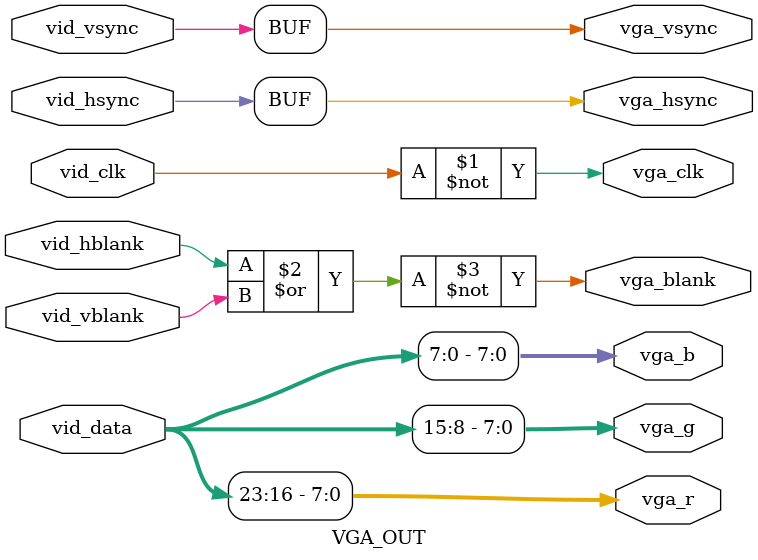
<source format=v>
`timescale 1ns / 1ps


module      VGA_OUT     (
                        input vid_clk,
                        input vid_hsync,
                        input vid_vsync,
                        input vid_hblank,
                        input vid_vblank,
                        input [23:0] vid_data,   
                        
                        output vga_clk,
                        output vga_hsync,   
                        output vga_vsync,
                        output vga_blank,
                        output [7:0] vga_r,
                        output [7:0] vga_g,
                        output [7:0] vga_b                 
                        );
assign vga_clk   = ~vid_clk;
assign vga_hsync = vid_hsync;
assign vga_vsync = vid_vsync;
assign vga_blank = ~(vid_hblank | vid_vblank);
assign vga_r     = vid_data[23:16];
assign vga_g     = vid_data[15:8];  
assign vga_b     = vid_data[7:0];                       
                        
                        

endmodule

</source>
